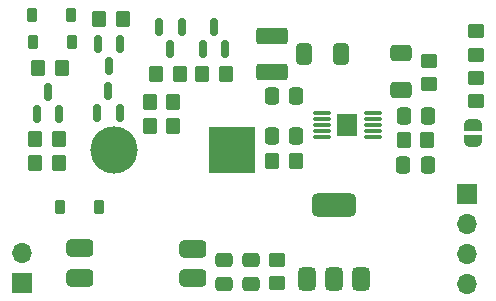
<source format=gbr>
%TF.GenerationSoftware,KiCad,Pcbnew,8.0.5*%
%TF.CreationDate,2025-01-23T11:22:46+01:00*%
%TF.ProjectId,PPP_v3_2,5050505f-7633-45f3-922e-6b696361645f,rev?*%
%TF.SameCoordinates,Original*%
%TF.FileFunction,Soldermask,Top*%
%TF.FilePolarity,Negative*%
%FSLAX46Y46*%
G04 Gerber Fmt 4.6, Leading zero omitted, Abs format (unit mm)*
G04 Created by KiCad (PCBNEW 8.0.5) date 2025-01-23 11:22:46*
%MOMM*%
%LPD*%
G01*
G04 APERTURE LIST*
G04 Aperture macros list*
%AMRoundRect*
0 Rectangle with rounded corners*
0 $1 Rounding radius*
0 $2 $3 $4 $5 $6 $7 $8 $9 X,Y pos of 4 corners*
0 Add a 4 corners polygon primitive as box body*
4,1,4,$2,$3,$4,$5,$6,$7,$8,$9,$2,$3,0*
0 Add four circle primitives for the rounded corners*
1,1,$1+$1,$2,$3*
1,1,$1+$1,$4,$5*
1,1,$1+$1,$6,$7*
1,1,$1+$1,$8,$9*
0 Add four rect primitives between the rounded corners*
20,1,$1+$1,$2,$3,$4,$5,0*
20,1,$1+$1,$4,$5,$6,$7,0*
20,1,$1+$1,$6,$7,$8,$9,0*
20,1,$1+$1,$8,$9,$2,$3,0*%
%AMFreePoly0*
4,1,19,0.500000,-0.750000,0.000000,-0.750000,0.000000,-0.744911,-0.071157,-0.744911,-0.207708,-0.704816,-0.327430,-0.627875,-0.420627,-0.520320,-0.479746,-0.390866,-0.500000,-0.250000,-0.500000,0.250000,-0.479746,0.390866,-0.420627,0.520320,-0.327430,0.627875,-0.207708,0.704816,-0.071157,0.744911,0.000000,0.744911,0.000000,0.750000,0.500000,0.750000,0.500000,-0.750000,0.500000,-0.750000,
$1*%
%AMFreePoly1*
4,1,19,0.000000,0.744911,0.071157,0.744911,0.207708,0.704816,0.327430,0.627875,0.420627,0.520320,0.479746,0.390866,0.500000,0.250000,0.500000,-0.250000,0.479746,-0.390866,0.420627,-0.520320,0.327430,-0.627875,0.207708,-0.704816,0.071157,-0.744911,0.000000,-0.744911,0.000000,-0.750000,-0.500000,-0.750000,-0.500000,0.750000,0.000000,0.750000,0.000000,0.744911,0.000000,0.744911,
$1*%
G04 Aperture macros list end*
%ADD10RoundRect,0.250000X0.337500X0.475000X-0.337500X0.475000X-0.337500X-0.475000X0.337500X-0.475000X0*%
%ADD11RoundRect,0.250000X-0.475000X0.337500X-0.475000X-0.337500X0.475000X-0.337500X0.475000X0.337500X0*%
%ADD12RoundRect,0.250000X0.475000X-0.337500X0.475000X0.337500X-0.475000X0.337500X-0.475000X-0.337500X0*%
%ADD13RoundRect,0.250000X-0.350000X-0.450000X0.350000X-0.450000X0.350000X0.450000X-0.350000X0.450000X0*%
%ADD14RoundRect,0.075000X-0.650000X-0.075000X0.650000X-0.075000X0.650000X0.075000X-0.650000X0.075000X0*%
%ADD15R,1.680000X1.880000*%
%ADD16RoundRect,0.250001X1.074999X-0.462499X1.074999X0.462499X-1.074999X0.462499X-1.074999X-0.462499X0*%
%ADD17RoundRect,0.250000X0.350000X0.450000X-0.350000X0.450000X-0.350000X-0.450000X0.350000X-0.450000X0*%
%ADD18RoundRect,0.225000X-0.225000X-0.375000X0.225000X-0.375000X0.225000X0.375000X-0.225000X0.375000X0*%
%ADD19RoundRect,0.250000X0.650000X-0.412500X0.650000X0.412500X-0.650000X0.412500X-0.650000X-0.412500X0*%
%ADD20RoundRect,0.250000X-0.337500X-0.475000X0.337500X-0.475000X0.337500X0.475000X-0.337500X0.475000X0*%
%ADD21RoundRect,0.250000X-0.450000X0.350000X-0.450000X-0.350000X0.450000X-0.350000X0.450000X0.350000X0*%
%ADD22RoundRect,0.375000X0.375000X-0.625000X0.375000X0.625000X-0.375000X0.625000X-0.375000X-0.625000X0*%
%ADD23RoundRect,0.500000X1.400000X-0.500000X1.400000X0.500000X-1.400000X0.500000X-1.400000X-0.500000X0*%
%ADD24RoundRect,0.150000X-0.150000X0.587500X-0.150000X-0.587500X0.150000X-0.587500X0.150000X0.587500X0*%
%ADD25RoundRect,0.250000X0.450000X-0.350000X0.450000X0.350000X-0.450000X0.350000X-0.450000X-0.350000X0*%
%ADD26RoundRect,0.250000X-0.412500X-0.650000X0.412500X-0.650000X0.412500X0.650000X-0.412500X0.650000X0*%
%ADD27FreePoly0,90.000000*%
%ADD28FreePoly1,90.000000*%
%ADD29RoundRect,0.150000X0.150000X-0.587500X0.150000X0.587500X-0.150000X0.587500X-0.150000X-0.587500X0*%
%ADD30RoundRect,0.225000X0.225000X0.375000X-0.225000X0.375000X-0.225000X-0.375000X0.225000X-0.375000X0*%
%ADD31RoundRect,0.381000X-0.762000X-0.381000X0.762000X-0.381000X0.762000X0.381000X-0.762000X0.381000X0*%
%ADD32R,1.700000X1.700000*%
%ADD33O,1.700000X1.700000*%
%ADD34R,4.000000X4.000000*%
%ADD35C,4.000000*%
G04 APERTURE END LIST*
D10*
%TO.C,C6*%
X160517500Y-85700000D03*
X158442500Y-85700000D03*
%TD*%
D11*
%TO.C,C2*%
X154370000Y-96145000D03*
X154370000Y-98220000D03*
%TD*%
D12*
%TO.C,C3*%
X156700000Y-98220000D03*
X156700000Y-96145000D03*
%TD*%
D13*
%TO.C,R13*%
X169600000Y-86050000D03*
X171600000Y-86050000D03*
%TD*%
D14*
%TO.C,U1*%
X162680000Y-83750000D03*
X162680000Y-84250000D03*
X162680000Y-84750000D03*
X162680000Y-85250000D03*
X162680000Y-85750000D03*
X166980000Y-85750000D03*
X166980000Y-85250000D03*
X166980000Y-84750000D03*
X166980000Y-84250000D03*
X166980000Y-83750000D03*
D15*
X164830000Y-84750000D03*
%TD*%
D13*
%TO.C,R3*%
X138670000Y-79900000D03*
X140670000Y-79900000D03*
%TD*%
D16*
%TO.C,L2*%
X158440000Y-80237500D03*
X158440000Y-77262500D03*
%TD*%
D17*
%TO.C,R11*%
X160440000Y-87810000D03*
X158440000Y-87810000D03*
%TD*%
D18*
%TO.C,D3*%
X140500000Y-91700000D03*
X143800000Y-91700000D03*
%TD*%
D19*
%TO.C,C5*%
X169400000Y-81802500D03*
X169400000Y-78677500D03*
%TD*%
D20*
%TO.C,C7*%
X169552500Y-88180000D03*
X171627500Y-88180000D03*
%TD*%
D21*
%TO.C,R10*%
X171720000Y-79310000D03*
X171720000Y-81310000D03*
%TD*%
D10*
%TO.C,C4*%
X160490000Y-82260000D03*
X158415000Y-82260000D03*
%TD*%
D22*
%TO.C,Q3*%
X161420000Y-97800000D03*
X163720000Y-97800000D03*
X166020000Y-97800000D03*
D23*
X163720000Y-91500000D03*
%TD*%
D13*
%TO.C,R6*%
X152550000Y-80425000D03*
X154550000Y-80425000D03*
%TD*%
D24*
%TO.C,Q1*%
X144650000Y-79800000D03*
X145600000Y-77925000D03*
X143700000Y-77925000D03*
%TD*%
D13*
%TO.C,R7*%
X148100000Y-84800000D03*
X150100000Y-84800000D03*
%TD*%
D25*
%TO.C,R14*%
X175680000Y-82760000D03*
X175680000Y-80760000D03*
%TD*%
D26*
%TO.C,C9*%
X161130000Y-78710000D03*
X164255000Y-78710000D03*
%TD*%
D27*
%TO.C,P2*%
X175440000Y-86090000D03*
D28*
X175440000Y-84790000D03*
%TD*%
D18*
%TO.C,D2*%
X138200000Y-77700000D03*
X141500000Y-77700000D03*
%TD*%
D29*
%TO.C,Q4*%
X144600000Y-81900000D03*
X143650000Y-83775000D03*
X145550000Y-83775000D03*
%TD*%
D13*
%TO.C,R4*%
X148100000Y-82800000D03*
X150100000Y-82800000D03*
%TD*%
D25*
%TO.C,R2*%
X158910000Y-98160000D03*
X158910000Y-96160000D03*
%TD*%
D24*
%TO.C,Q2*%
X149850000Y-78302500D03*
X150800000Y-76427500D03*
X148900000Y-76427500D03*
%TD*%
D17*
%TO.C,R5*%
X150650000Y-80425000D03*
X148650000Y-80425000D03*
%TD*%
D30*
%TO.C,D1*%
X141450000Y-75400000D03*
X138150000Y-75400000D03*
%TD*%
D31*
%TO.C,L1*%
X142170000Y-95200000D03*
X142170000Y-97700000D03*
X151720000Y-97750000D03*
X151720000Y-95250000D03*
%TD*%
D29*
%TO.C,Q5*%
X139470000Y-81967500D03*
X138520000Y-83842500D03*
X140420000Y-83842500D03*
%TD*%
D17*
%TO.C,R9*%
X140400000Y-85900000D03*
X138400000Y-85900000D03*
%TD*%
D13*
%TO.C,R8*%
X138400000Y-88000000D03*
X140400000Y-88000000D03*
%TD*%
D20*
%TO.C,C8*%
X169615000Y-83980000D03*
X171690000Y-83980000D03*
%TD*%
D21*
%TO.C,R12*%
X175700000Y-76830000D03*
X175700000Y-78830000D03*
%TD*%
D29*
%TO.C,D4*%
X153540000Y-76425000D03*
X152590000Y-78300000D03*
X154490000Y-78300000D03*
%TD*%
D17*
%TO.C,R1*%
X145800000Y-75800000D03*
X143800000Y-75800000D03*
%TD*%
D32*
%TO.C,J1*%
X137270000Y-98140000D03*
D33*
X137270000Y-95600000D03*
%TD*%
D34*
%TO.C,C1*%
X155065371Y-86890000D03*
D35*
X145065371Y-86890000D03*
%TD*%
D32*
%TO.C,J2*%
X174970000Y-90580000D03*
D33*
X174970000Y-93120000D03*
X174970000Y-95660000D03*
X174970000Y-98200000D03*
%TD*%
M02*

</source>
